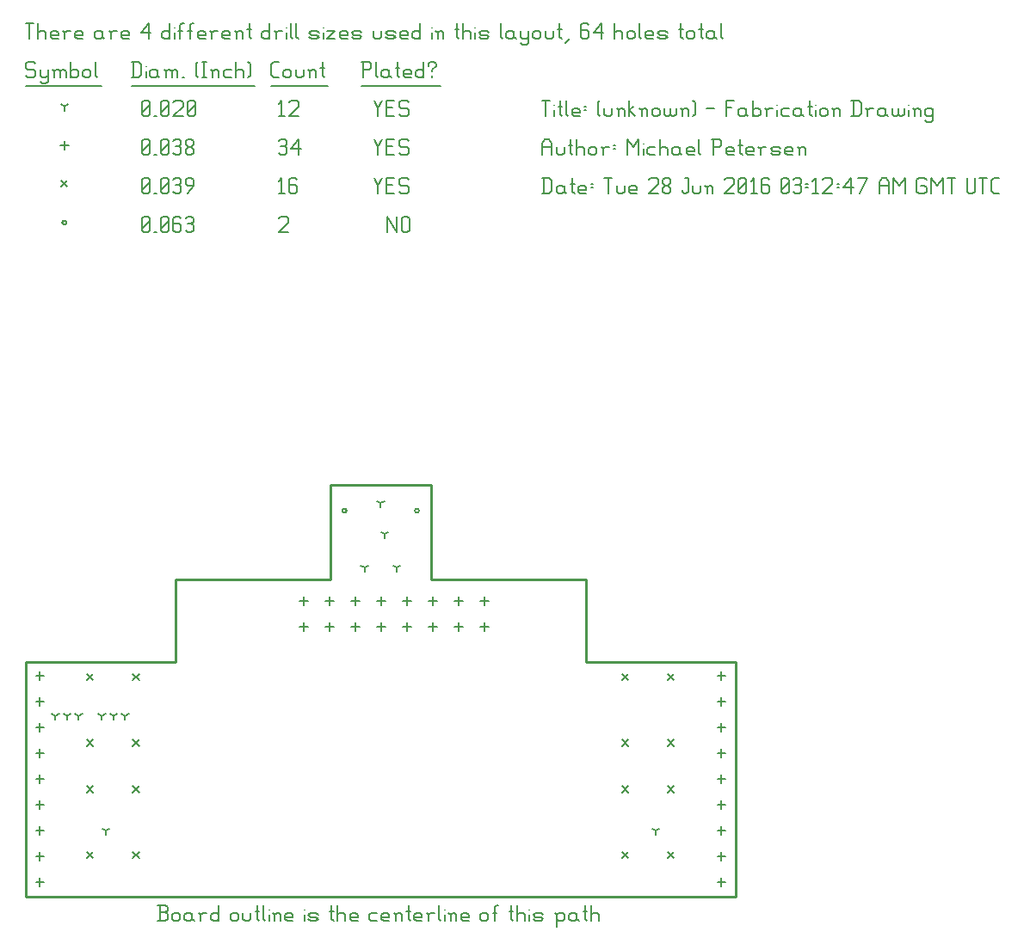
<source format=gbr>
G04 start of page 13 for group -3984 idx -3984 *
G04 Title: (unknown), fab *
G04 Creator: pcb 20110918 *
G04 CreationDate: Tue 28 Jun 2016 03:12:46 AM GMT UTC *
G04 For: railfan *
G04 Format: Gerber/RS-274X *
G04 PCB-Dimensions: 275000 250000 *
G04 PCB-Coordinate-Origin: lower left *
%MOIN*%
%FSLAX25Y25*%
%LNFAB*%
%ADD60C,0.0100*%
%ADD59C,0.0075*%
%ADD58C,0.0060*%
%ADD57R,0.0080X0.0080*%
G54D57*X122650Y149500D02*G75*G03X124250Y149500I800J0D01*G01*
G75*G03X122650Y149500I-800J0D01*G01*
X150750D02*G75*G03X152350Y149500I800J0D01*G01*
G75*G03X150750Y149500I-800J0D01*G01*
X14200Y261250D02*G75*G03X15800Y261250I800J0D01*G01*
G75*G03X14200Y261250I-800J0D01*G01*
G54D58*X140000Y263500D02*Y257500D01*
Y263500D02*X143750Y257500D01*
Y263500D02*Y257500D01*
X145550Y262750D02*Y258250D01*
Y262750D02*X146300Y263500D01*
X147800D01*
X148550Y262750D01*
Y258250D01*
X147800Y257500D02*X148550Y258250D01*
X146300Y257500D02*X147800D01*
X145550Y258250D02*X146300Y257500D01*
X98000Y262750D02*X98750Y263500D01*
X101000D01*
X101750Y262750D01*
Y261250D01*
X98000Y257500D02*X101750Y261250D01*
X98000Y257500D02*X101750D01*
X45000Y258250D02*X45750Y257500D01*
X45000Y262750D02*Y258250D01*
Y262750D02*X45750Y263500D01*
X47250D01*
X48000Y262750D01*
Y258250D01*
X47250Y257500D02*X48000Y258250D01*
X45750Y257500D02*X47250D01*
X45000Y259000D02*X48000Y262000D01*
X49800Y257500D02*X50550D01*
X52350Y258250D02*X53100Y257500D01*
X52350Y262750D02*Y258250D01*
Y262750D02*X53100Y263500D01*
X54600D01*
X55350Y262750D01*
Y258250D01*
X54600Y257500D02*X55350Y258250D01*
X53100Y257500D02*X54600D01*
X52350Y259000D02*X55350Y262000D01*
X59400Y263500D02*X60150Y262750D01*
X57900Y263500D02*X59400D01*
X57150Y262750D02*X57900Y263500D01*
X57150Y262750D02*Y258250D01*
X57900Y257500D01*
X59400Y260800D02*X60150Y260050D01*
X57150Y260800D02*X59400D01*
X57900Y257500D02*X59400D01*
X60150Y258250D01*
Y260050D02*Y258250D01*
X61950Y262750D02*X62700Y263500D01*
X64200D01*
X64950Y262750D01*
X64200Y257500D02*X64950Y258250D01*
X62700Y257500D02*X64200D01*
X61950Y258250D02*X62700Y257500D01*
Y260800D02*X64200D01*
X64950Y262750D02*Y261550D01*
Y260050D02*Y258250D01*
Y260050D02*X64200Y260800D01*
X64950Y261550D02*X64200Y260800D01*
X23800Y17110D02*X26200Y14710D01*
X23800D02*X26200Y17110D01*
X23800Y42700D02*X26200Y40300D01*
X23800D02*X26200Y42700D01*
X41516Y17110D02*X43916Y14710D01*
X41516D02*X43916Y17110D01*
X41516Y42700D02*X43916Y40300D01*
X41516D02*X43916Y42700D01*
X23800Y60700D02*X26200Y58300D01*
X23800D02*X26200Y60700D01*
X23800Y86290D02*X26200Y83890D01*
X23800D02*X26200Y86290D01*
X41516Y60700D02*X43916Y58300D01*
X41516D02*X43916Y60700D01*
X41516Y86290D02*X43916Y83890D01*
X41516D02*X43916Y86290D01*
X231084Y17110D02*X233484Y14710D01*
X231084D02*X233484Y17110D01*
X231084Y42700D02*X233484Y40300D01*
X231084D02*X233484Y42700D01*
X248800Y17110D02*X251200Y14710D01*
X248800D02*X251200Y17110D01*
X248800Y42700D02*X251200Y40300D01*
X248800D02*X251200Y42700D01*
X231084Y60700D02*X233484Y58300D01*
X231084D02*X233484Y60700D01*
X231084Y86290D02*X233484Y83890D01*
X231084D02*X233484Y86290D01*
X248800Y60700D02*X251200Y58300D01*
X248800D02*X251200Y60700D01*
X248800Y86290D02*X251200Y83890D01*
X248800D02*X251200Y86290D01*
X13800Y277450D02*X16200Y275050D01*
X13800D02*X16200Y277450D01*
X135000Y278500D02*X136500Y275500D01*
X138000Y278500D01*
X136500Y275500D02*Y272500D01*
X139800Y275800D02*X142050D01*
X139800Y272500D02*X142800D01*
X139800Y278500D02*Y272500D01*
Y278500D02*X142800D01*
X147600D02*X148350Y277750D01*
X145350Y278500D02*X147600D01*
X144600Y277750D02*X145350Y278500D01*
X144600Y277750D02*Y276250D01*
X145350Y275500D01*
X147600D01*
X148350Y274750D01*
Y273250D01*
X147600Y272500D02*X148350Y273250D01*
X145350Y272500D02*X147600D01*
X144600Y273250D02*X145350Y272500D01*
X98000Y277300D02*X99200Y278500D01*
Y272500D01*
X98000D02*X100250D01*
X104300Y278500D02*X105050Y277750D01*
X102800Y278500D02*X104300D01*
X102050Y277750D02*X102800Y278500D01*
X102050Y277750D02*Y273250D01*
X102800Y272500D01*
X104300Y275800D02*X105050Y275050D01*
X102050Y275800D02*X104300D01*
X102800Y272500D02*X104300D01*
X105050Y273250D01*
Y275050D02*Y273250D01*
X45000D02*X45750Y272500D01*
X45000Y277750D02*Y273250D01*
Y277750D02*X45750Y278500D01*
X47250D01*
X48000Y277750D01*
Y273250D01*
X47250Y272500D02*X48000Y273250D01*
X45750Y272500D02*X47250D01*
X45000Y274000D02*X48000Y277000D01*
X49800Y272500D02*X50550D01*
X52350Y273250D02*X53100Y272500D01*
X52350Y277750D02*Y273250D01*
Y277750D02*X53100Y278500D01*
X54600D01*
X55350Y277750D01*
Y273250D01*
X54600Y272500D02*X55350Y273250D01*
X53100Y272500D02*X54600D01*
X52350Y274000D02*X55350Y277000D01*
X57150Y277750D02*X57900Y278500D01*
X59400D01*
X60150Y277750D01*
X59400Y272500D02*X60150Y273250D01*
X57900Y272500D02*X59400D01*
X57150Y273250D02*X57900Y272500D01*
Y275800D02*X59400D01*
X60150Y277750D02*Y276550D01*
Y275050D02*Y273250D01*
Y275050D02*X59400Y275800D01*
X60150Y276550D02*X59400Y275800D01*
X62700Y272500D02*X64950Y275500D01*
Y277750D02*Y275500D01*
X64200Y278500D02*X64950Y277750D01*
X62700Y278500D02*X64200D01*
X61950Y277750D02*X62700Y278500D01*
X61950Y277750D02*Y276250D01*
X62700Y275500D01*
X64950D01*
X5500Y87100D02*Y83900D01*
X3900Y85500D02*X7100D01*
X5500Y77100D02*Y73900D01*
X3900Y75500D02*X7100D01*
X5500Y67100D02*Y63900D01*
X3900Y65500D02*X7100D01*
X5500Y57100D02*Y53900D01*
X3900Y55500D02*X7100D01*
X5500Y47100D02*Y43900D01*
X3900Y45500D02*X7100D01*
X5500Y37100D02*Y33900D01*
X3900Y35500D02*X7100D01*
X5500Y27100D02*Y23900D01*
X3900Y25500D02*X7100D01*
X5500Y17100D02*Y13900D01*
X3900Y15500D02*X7100D01*
X5500Y7100D02*Y3900D01*
X3900Y5500D02*X7100D01*
X107750Y106100D02*Y102900D01*
X106150Y104500D02*X109350D01*
X117750Y106100D02*Y102900D01*
X116150Y104500D02*X119350D01*
X127750Y106100D02*Y102900D01*
X126150Y104500D02*X129350D01*
X137750Y106100D02*Y102900D01*
X136150Y104500D02*X139350D01*
X147750Y106100D02*Y102900D01*
X146150Y104500D02*X149350D01*
X157750Y106100D02*Y102900D01*
X156150Y104500D02*X159350D01*
X167750Y106100D02*Y102900D01*
X166150Y104500D02*X169350D01*
X177750Y106100D02*Y102900D01*
X176150Y104500D02*X179350D01*
X107750Y116100D02*Y112900D01*
X106150Y114500D02*X109350D01*
X117750Y116100D02*Y112900D01*
X116150Y114500D02*X119350D01*
X127750Y116100D02*Y112900D01*
X126150Y114500D02*X129350D01*
X137750Y116100D02*Y112900D01*
X136150Y114500D02*X139350D01*
X147750Y116100D02*Y112900D01*
X146150Y114500D02*X149350D01*
X157750Y116100D02*Y112900D01*
X156150Y114500D02*X159350D01*
X167750Y116100D02*Y112900D01*
X166150Y114500D02*X169350D01*
X177750Y116100D02*Y112900D01*
X176150Y114500D02*X179350D01*
X269500Y87100D02*Y83900D01*
X267900Y85500D02*X271100D01*
X269500Y77100D02*Y73900D01*
X267900Y75500D02*X271100D01*
X269500Y67100D02*Y63900D01*
X267900Y65500D02*X271100D01*
X269500Y57100D02*Y53900D01*
X267900Y55500D02*X271100D01*
X269500Y47100D02*Y43900D01*
X267900Y45500D02*X271100D01*
X269500Y37100D02*Y33900D01*
X267900Y35500D02*X271100D01*
X269500Y27100D02*Y23900D01*
X267900Y25500D02*X271100D01*
X269500Y17100D02*Y13900D01*
X267900Y15500D02*X271100D01*
X269500Y7100D02*Y3900D01*
X267900Y5500D02*X271100D01*
X15000Y292850D02*Y289650D01*
X13400Y291250D02*X16600D01*
X135000Y293500D02*X136500Y290500D01*
X138000Y293500D01*
X136500Y290500D02*Y287500D01*
X139800Y290800D02*X142050D01*
X139800Y287500D02*X142800D01*
X139800Y293500D02*Y287500D01*
Y293500D02*X142800D01*
X147600D02*X148350Y292750D01*
X145350Y293500D02*X147600D01*
X144600Y292750D02*X145350Y293500D01*
X144600Y292750D02*Y291250D01*
X145350Y290500D01*
X147600D01*
X148350Y289750D01*
Y288250D01*
X147600Y287500D02*X148350Y288250D01*
X145350Y287500D02*X147600D01*
X144600Y288250D02*X145350Y287500D01*
X98000Y292750D02*X98750Y293500D01*
X100250D01*
X101000Y292750D01*
X100250Y287500D02*X101000Y288250D01*
X98750Y287500D02*X100250D01*
X98000Y288250D02*X98750Y287500D01*
Y290800D02*X100250D01*
X101000Y292750D02*Y291550D01*
Y290050D02*Y288250D01*
Y290050D02*X100250Y290800D01*
X101000Y291550D02*X100250Y290800D01*
X102800Y289750D02*X105800Y293500D01*
X102800Y289750D02*X106550D01*
X105800Y293500D02*Y287500D01*
X45000Y288250D02*X45750Y287500D01*
X45000Y292750D02*Y288250D01*
Y292750D02*X45750Y293500D01*
X47250D01*
X48000Y292750D01*
Y288250D01*
X47250Y287500D02*X48000Y288250D01*
X45750Y287500D02*X47250D01*
X45000Y289000D02*X48000Y292000D01*
X49800Y287500D02*X50550D01*
X52350Y288250D02*X53100Y287500D01*
X52350Y292750D02*Y288250D01*
Y292750D02*X53100Y293500D01*
X54600D01*
X55350Y292750D01*
Y288250D01*
X54600Y287500D02*X55350Y288250D01*
X53100Y287500D02*X54600D01*
X52350Y289000D02*X55350Y292000D01*
X57150Y292750D02*X57900Y293500D01*
X59400D01*
X60150Y292750D01*
X59400Y287500D02*X60150Y288250D01*
X57900Y287500D02*X59400D01*
X57150Y288250D02*X57900Y287500D01*
Y290800D02*X59400D01*
X60150Y292750D02*Y291550D01*
Y290050D02*Y288250D01*
Y290050D02*X59400Y290800D01*
X60150Y291550D02*X59400Y290800D01*
X61950Y288250D02*X62700Y287500D01*
X61950Y289450D02*Y288250D01*
Y289450D02*X63000Y290500D01*
X63900D01*
X64950Y289450D01*
Y288250D01*
X64200Y287500D02*X64950Y288250D01*
X62700Y287500D02*X64200D01*
X61950Y291550D02*X63000Y290500D01*
X61950Y292750D02*Y291550D01*
Y292750D02*X62700Y293500D01*
X64200D01*
X64950Y292750D01*
Y291550D01*
X63900Y290500D02*X64950Y291550D01*
X131250Y127500D02*Y125900D01*
Y127500D02*X132637Y128300D01*
X131250Y127500D02*X129863Y128300D01*
X143750Y127500D02*Y125900D01*
Y127500D02*X145137Y128300D01*
X143750Y127500D02*X142363Y128300D01*
X137500Y152450D02*Y150850D01*
Y152450D02*X138887Y153250D01*
X137500Y152450D02*X136113Y153250D01*
X139075Y140500D02*Y138900D01*
Y140500D02*X140462Y141300D01*
X139075Y140500D02*X137688Y141300D01*
X31000Y25500D02*Y23900D01*
Y25500D02*X32387Y26300D01*
X31000Y25500D02*X29613Y26300D01*
X244000Y25500D02*Y23900D01*
Y25500D02*X245387Y26300D01*
X244000Y25500D02*X242613Y26300D01*
X20500Y70000D02*Y68400D01*
Y70000D02*X21887Y70800D01*
X20500Y70000D02*X19113Y70800D01*
X16000Y70000D02*Y68400D01*
Y70000D02*X17387Y70800D01*
X16000Y70000D02*X14613Y70800D01*
X11500Y70000D02*Y68400D01*
Y70000D02*X12887Y70800D01*
X11500Y70000D02*X10113Y70800D01*
X38500Y70000D02*Y68400D01*
Y70000D02*X39887Y70800D01*
X38500Y70000D02*X37113Y70800D01*
X29500Y70000D02*Y68400D01*
Y70000D02*X30887Y70800D01*
X29500Y70000D02*X28113Y70800D01*
X34000Y70000D02*Y68400D01*
Y70000D02*X35387Y70800D01*
X34000Y70000D02*X32613Y70800D01*
X15000Y306250D02*Y304650D01*
Y306250D02*X16387Y307050D01*
X15000Y306250D02*X13613Y307050D01*
X135000Y308500D02*X136500Y305500D01*
X138000Y308500D01*
X136500Y305500D02*Y302500D01*
X139800Y305800D02*X142050D01*
X139800Y302500D02*X142800D01*
X139800Y308500D02*Y302500D01*
Y308500D02*X142800D01*
X147600D02*X148350Y307750D01*
X145350Y308500D02*X147600D01*
X144600Y307750D02*X145350Y308500D01*
X144600Y307750D02*Y306250D01*
X145350Y305500D01*
X147600D01*
X148350Y304750D01*
Y303250D01*
X147600Y302500D02*X148350Y303250D01*
X145350Y302500D02*X147600D01*
X144600Y303250D02*X145350Y302500D01*
X98000Y307300D02*X99200Y308500D01*
Y302500D01*
X98000D02*X100250D01*
X102050Y307750D02*X102800Y308500D01*
X105050D01*
X105800Y307750D01*
Y306250D01*
X102050Y302500D02*X105800Y306250D01*
X102050Y302500D02*X105800D01*
X45000Y303250D02*X45750Y302500D01*
X45000Y307750D02*Y303250D01*
Y307750D02*X45750Y308500D01*
X47250D01*
X48000Y307750D01*
Y303250D01*
X47250Y302500D02*X48000Y303250D01*
X45750Y302500D02*X47250D01*
X45000Y304000D02*X48000Y307000D01*
X49800Y302500D02*X50550D01*
X52350Y303250D02*X53100Y302500D01*
X52350Y307750D02*Y303250D01*
Y307750D02*X53100Y308500D01*
X54600D01*
X55350Y307750D01*
Y303250D01*
X54600Y302500D02*X55350Y303250D01*
X53100Y302500D02*X54600D01*
X52350Y304000D02*X55350Y307000D01*
X57150Y307750D02*X57900Y308500D01*
X60150D01*
X60900Y307750D01*
Y306250D01*
X57150Y302500D02*X60900Y306250D01*
X57150Y302500D02*X60900D01*
X62700Y303250D02*X63450Y302500D01*
X62700Y307750D02*Y303250D01*
Y307750D02*X63450Y308500D01*
X64950D01*
X65700Y307750D01*
Y303250D01*
X64950Y302500D02*X65700Y303250D01*
X63450Y302500D02*X64950D01*
X62700Y304000D02*X65700Y307000D01*
X3000Y323500D02*X3750Y322750D01*
X750Y323500D02*X3000D01*
X0Y322750D02*X750Y323500D01*
X0Y322750D02*Y321250D01*
X750Y320500D01*
X3000D01*
X3750Y319750D01*
Y318250D01*
X3000Y317500D02*X3750Y318250D01*
X750Y317500D02*X3000D01*
X0Y318250D02*X750Y317500D01*
X5550Y320500D02*Y318250D01*
X6300Y317500D01*
X8550Y320500D02*Y316000D01*
X7800Y315250D02*X8550Y316000D01*
X6300Y315250D02*X7800D01*
X5550Y316000D02*X6300Y315250D01*
Y317500D02*X7800D01*
X8550Y318250D01*
X11100Y319750D02*Y317500D01*
Y319750D02*X11850Y320500D01*
X12600D01*
X13350Y319750D01*
Y317500D01*
Y319750D02*X14100Y320500D01*
X14850D01*
X15600Y319750D01*
Y317500D01*
X10350Y320500D02*X11100Y319750D01*
X17400Y323500D02*Y317500D01*
Y318250D02*X18150Y317500D01*
X19650D01*
X20400Y318250D01*
Y319750D02*Y318250D01*
X19650Y320500D02*X20400Y319750D01*
X18150Y320500D02*X19650D01*
X17400Y319750D02*X18150Y320500D01*
X22200Y319750D02*Y318250D01*
Y319750D02*X22950Y320500D01*
X24450D01*
X25200Y319750D01*
Y318250D01*
X24450Y317500D02*X25200Y318250D01*
X22950Y317500D02*X24450D01*
X22200Y318250D02*X22950Y317500D01*
X27000Y323500D02*Y318250D01*
X27750Y317500D01*
X0Y314250D02*X29250D01*
X41750Y323500D02*Y317500D01*
X43700Y323500D02*X44750Y322450D01*
Y318550D01*
X43700Y317500D02*X44750Y318550D01*
X41000Y317500D02*X43700D01*
X41000Y323500D02*X43700D01*
G54D59*X46550Y322000D02*Y321850D01*
G54D58*Y319750D02*Y317500D01*
X50300Y320500D02*X51050Y319750D01*
X48800Y320500D02*X50300D01*
X48050Y319750D02*X48800Y320500D01*
X48050Y319750D02*Y318250D01*
X48800Y317500D01*
X51050Y320500D02*Y318250D01*
X51800Y317500D01*
X48800D02*X50300D01*
X51050Y318250D01*
X54350Y319750D02*Y317500D01*
Y319750D02*X55100Y320500D01*
X55850D01*
X56600Y319750D01*
Y317500D01*
Y319750D02*X57350Y320500D01*
X58100D01*
X58850Y319750D01*
Y317500D01*
X53600Y320500D02*X54350Y319750D01*
X60650Y317500D02*X61400D01*
X65900Y318250D02*X66650Y317500D01*
X65900Y322750D02*X66650Y323500D01*
X65900Y322750D02*Y318250D01*
X68450Y323500D02*X69950D01*
X69200D02*Y317500D01*
X68450D02*X69950D01*
X72500Y319750D02*Y317500D01*
Y319750D02*X73250Y320500D01*
X74000D01*
X74750Y319750D01*
Y317500D01*
X71750Y320500D02*X72500Y319750D01*
X77300Y320500D02*X79550D01*
X76550Y319750D02*X77300Y320500D01*
X76550Y319750D02*Y318250D01*
X77300Y317500D01*
X79550D01*
X81350Y323500D02*Y317500D01*
Y319750D02*X82100Y320500D01*
X83600D01*
X84350Y319750D01*
Y317500D01*
X86150Y323500D02*X86900Y322750D01*
Y318250D01*
X86150Y317500D02*X86900Y318250D01*
X41000Y314250D02*X88700D01*
X96050Y317500D02*X98000D01*
X95000Y318550D02*X96050Y317500D01*
X95000Y322450D02*Y318550D01*
Y322450D02*X96050Y323500D01*
X98000D01*
X99800Y319750D02*Y318250D01*
Y319750D02*X100550Y320500D01*
X102050D01*
X102800Y319750D01*
Y318250D01*
X102050Y317500D02*X102800Y318250D01*
X100550Y317500D02*X102050D01*
X99800Y318250D02*X100550Y317500D01*
X104600Y320500D02*Y318250D01*
X105350Y317500D01*
X106850D01*
X107600Y318250D01*
Y320500D02*Y318250D01*
X110150Y319750D02*Y317500D01*
Y319750D02*X110900Y320500D01*
X111650D01*
X112400Y319750D01*
Y317500D01*
X109400Y320500D02*X110150Y319750D01*
X114950Y323500D02*Y318250D01*
X115700Y317500D01*
X114200Y321250D02*X115700D01*
X95000Y314250D02*X117200D01*
X130750Y323500D02*Y317500D01*
X130000Y323500D02*X133000D01*
X133750Y322750D01*
Y321250D01*
X133000Y320500D02*X133750Y321250D01*
X130750Y320500D02*X133000D01*
X135550Y323500D02*Y318250D01*
X136300Y317500D01*
X140050Y320500D02*X140800Y319750D01*
X138550Y320500D02*X140050D01*
X137800Y319750D02*X138550Y320500D01*
X137800Y319750D02*Y318250D01*
X138550Y317500D01*
X140800Y320500D02*Y318250D01*
X141550Y317500D01*
X138550D02*X140050D01*
X140800Y318250D01*
X144100Y323500D02*Y318250D01*
X144850Y317500D01*
X143350Y321250D02*X144850D01*
X147100Y317500D02*X149350D01*
X146350Y318250D02*X147100Y317500D01*
X146350Y319750D02*Y318250D01*
Y319750D02*X147100Y320500D01*
X148600D01*
X149350Y319750D01*
X146350Y319000D02*X149350D01*
Y319750D02*Y319000D01*
X154150Y323500D02*Y317500D01*
X153400D02*X154150Y318250D01*
X151900Y317500D02*X153400D01*
X151150Y318250D02*X151900Y317500D01*
X151150Y319750D02*Y318250D01*
Y319750D02*X151900Y320500D01*
X153400D01*
X154150Y319750D01*
X157450Y320500D02*Y319750D01*
Y318250D02*Y317500D01*
X155950Y322750D02*Y322000D01*
Y322750D02*X156700Y323500D01*
X158200D01*
X158950Y322750D01*
Y322000D01*
X157450Y320500D02*X158950Y322000D01*
X130000Y314250D02*X160750D01*
X0Y338500D02*X3000D01*
X1500D02*Y332500D01*
X4800Y338500D02*Y332500D01*
Y334750D02*X5550Y335500D01*
X7050D01*
X7800Y334750D01*
Y332500D01*
X10350D02*X12600D01*
X9600Y333250D02*X10350Y332500D01*
X9600Y334750D02*Y333250D01*
Y334750D02*X10350Y335500D01*
X11850D01*
X12600Y334750D01*
X9600Y334000D02*X12600D01*
Y334750D02*Y334000D01*
X15150Y334750D02*Y332500D01*
Y334750D02*X15900Y335500D01*
X17400D01*
X14400D02*X15150Y334750D01*
X19950Y332500D02*X22200D01*
X19200Y333250D02*X19950Y332500D01*
X19200Y334750D02*Y333250D01*
Y334750D02*X19950Y335500D01*
X21450D01*
X22200Y334750D01*
X19200Y334000D02*X22200D01*
Y334750D02*Y334000D01*
X28950Y335500D02*X29700Y334750D01*
X27450Y335500D02*X28950D01*
X26700Y334750D02*X27450Y335500D01*
X26700Y334750D02*Y333250D01*
X27450Y332500D01*
X29700Y335500D02*Y333250D01*
X30450Y332500D01*
X27450D02*X28950D01*
X29700Y333250D01*
X33000Y334750D02*Y332500D01*
Y334750D02*X33750Y335500D01*
X35250D01*
X32250D02*X33000Y334750D01*
X37800Y332500D02*X40050D01*
X37050Y333250D02*X37800Y332500D01*
X37050Y334750D02*Y333250D01*
Y334750D02*X37800Y335500D01*
X39300D01*
X40050Y334750D01*
X37050Y334000D02*X40050D01*
Y334750D02*Y334000D01*
X44550Y334750D02*X47550Y338500D01*
X44550Y334750D02*X48300D01*
X47550Y338500D02*Y332500D01*
X55800Y338500D02*Y332500D01*
X55050D02*X55800Y333250D01*
X53550Y332500D02*X55050D01*
X52800Y333250D02*X53550Y332500D01*
X52800Y334750D02*Y333250D01*
Y334750D02*X53550Y335500D01*
X55050D01*
X55800Y334750D01*
G54D59*X57600Y337000D02*Y336850D01*
G54D58*Y334750D02*Y332500D01*
X59850Y337750D02*Y332500D01*
Y337750D02*X60600Y338500D01*
X61350D01*
X59100Y335500D02*X60600D01*
X63600Y337750D02*Y332500D01*
Y337750D02*X64350Y338500D01*
X65100D01*
X62850Y335500D02*X64350D01*
X67350Y332500D02*X69600D01*
X66600Y333250D02*X67350Y332500D01*
X66600Y334750D02*Y333250D01*
Y334750D02*X67350Y335500D01*
X68850D01*
X69600Y334750D01*
X66600Y334000D02*X69600D01*
Y334750D02*Y334000D01*
X72150Y334750D02*Y332500D01*
Y334750D02*X72900Y335500D01*
X74400D01*
X71400D02*X72150Y334750D01*
X76950Y332500D02*X79200D01*
X76200Y333250D02*X76950Y332500D01*
X76200Y334750D02*Y333250D01*
Y334750D02*X76950Y335500D01*
X78450D01*
X79200Y334750D01*
X76200Y334000D02*X79200D01*
Y334750D02*Y334000D01*
X81750Y334750D02*Y332500D01*
Y334750D02*X82500Y335500D01*
X83250D01*
X84000Y334750D01*
Y332500D01*
X81000Y335500D02*X81750Y334750D01*
X86550Y338500D02*Y333250D01*
X87300Y332500D01*
X85800Y336250D02*X87300D01*
X94500Y338500D02*Y332500D01*
X93750D02*X94500Y333250D01*
X92250Y332500D02*X93750D01*
X91500Y333250D02*X92250Y332500D01*
X91500Y334750D02*Y333250D01*
Y334750D02*X92250Y335500D01*
X93750D01*
X94500Y334750D01*
X97050D02*Y332500D01*
Y334750D02*X97800Y335500D01*
X99300D01*
X96300D02*X97050Y334750D01*
G54D59*X101100Y337000D02*Y336850D01*
G54D58*Y334750D02*Y332500D01*
X102600Y338500D02*Y333250D01*
X103350Y332500D01*
X104850Y338500D02*Y333250D01*
X105600Y332500D01*
X110550D02*X112800D01*
X113550Y333250D01*
X112800Y334000D02*X113550Y333250D01*
X110550Y334000D02*X112800D01*
X109800Y334750D02*X110550Y334000D01*
X109800Y334750D02*X110550Y335500D01*
X112800D01*
X113550Y334750D01*
X109800Y333250D02*X110550Y332500D01*
G54D59*X115350Y337000D02*Y336850D01*
G54D58*Y334750D02*Y332500D01*
X116850Y335500D02*X119850D01*
X116850Y332500D02*X119850Y335500D01*
X116850Y332500D02*X119850D01*
X122400D02*X124650D01*
X121650Y333250D02*X122400Y332500D01*
X121650Y334750D02*Y333250D01*
Y334750D02*X122400Y335500D01*
X123900D01*
X124650Y334750D01*
X121650Y334000D02*X124650D01*
Y334750D02*Y334000D01*
X127200Y332500D02*X129450D01*
X130200Y333250D01*
X129450Y334000D02*X130200Y333250D01*
X127200Y334000D02*X129450D01*
X126450Y334750D02*X127200Y334000D01*
X126450Y334750D02*X127200Y335500D01*
X129450D01*
X130200Y334750D01*
X126450Y333250D02*X127200Y332500D01*
X134700Y335500D02*Y333250D01*
X135450Y332500D01*
X136950D01*
X137700Y333250D01*
Y335500D02*Y333250D01*
X140250Y332500D02*X142500D01*
X143250Y333250D01*
X142500Y334000D02*X143250Y333250D01*
X140250Y334000D02*X142500D01*
X139500Y334750D02*X140250Y334000D01*
X139500Y334750D02*X140250Y335500D01*
X142500D01*
X143250Y334750D01*
X139500Y333250D02*X140250Y332500D01*
X145800D02*X148050D01*
X145050Y333250D02*X145800Y332500D01*
X145050Y334750D02*Y333250D01*
Y334750D02*X145800Y335500D01*
X147300D01*
X148050Y334750D01*
X145050Y334000D02*X148050D01*
Y334750D02*Y334000D01*
X152850Y338500D02*Y332500D01*
X152100D02*X152850Y333250D01*
X150600Y332500D02*X152100D01*
X149850Y333250D02*X150600Y332500D01*
X149850Y334750D02*Y333250D01*
Y334750D02*X150600Y335500D01*
X152100D01*
X152850Y334750D01*
G54D59*X157350Y337000D02*Y336850D01*
G54D58*Y334750D02*Y332500D01*
X159600Y334750D02*Y332500D01*
Y334750D02*X160350Y335500D01*
X161100D01*
X161850Y334750D01*
Y332500D01*
X158850Y335500D02*X159600Y334750D01*
X167100Y338500D02*Y333250D01*
X167850Y332500D01*
X166350Y336250D02*X167850D01*
X169350Y338500D02*Y332500D01*
Y334750D02*X170100Y335500D01*
X171600D01*
X172350Y334750D01*
Y332500D01*
G54D59*X174150Y337000D02*Y336850D01*
G54D58*Y334750D02*Y332500D01*
X176400D02*X178650D01*
X179400Y333250D01*
X178650Y334000D02*X179400Y333250D01*
X176400Y334000D02*X178650D01*
X175650Y334750D02*X176400Y334000D01*
X175650Y334750D02*X176400Y335500D01*
X178650D01*
X179400Y334750D01*
X175650Y333250D02*X176400Y332500D01*
X183900Y338500D02*Y333250D01*
X184650Y332500D01*
X188400Y335500D02*X189150Y334750D01*
X186900Y335500D02*X188400D01*
X186150Y334750D02*X186900Y335500D01*
X186150Y334750D02*Y333250D01*
X186900Y332500D01*
X189150Y335500D02*Y333250D01*
X189900Y332500D01*
X186900D02*X188400D01*
X189150Y333250D01*
X191700Y335500D02*Y333250D01*
X192450Y332500D01*
X194700Y335500D02*Y331000D01*
X193950Y330250D02*X194700Y331000D01*
X192450Y330250D02*X193950D01*
X191700Y331000D02*X192450Y330250D01*
Y332500D02*X193950D01*
X194700Y333250D01*
X196500Y334750D02*Y333250D01*
Y334750D02*X197250Y335500D01*
X198750D01*
X199500Y334750D01*
Y333250D01*
X198750Y332500D02*X199500Y333250D01*
X197250Y332500D02*X198750D01*
X196500Y333250D02*X197250Y332500D01*
X201300Y335500D02*Y333250D01*
X202050Y332500D01*
X203550D01*
X204300Y333250D01*
Y335500D02*Y333250D01*
X206850Y338500D02*Y333250D01*
X207600Y332500D01*
X206100Y336250D02*X207600D01*
X209100Y331000D02*X210600Y332500D01*
X217350Y338500D02*X218100Y337750D01*
X215850Y338500D02*X217350D01*
X215100Y337750D02*X215850Y338500D01*
X215100Y337750D02*Y333250D01*
X215850Y332500D01*
X217350Y335800D02*X218100Y335050D01*
X215100Y335800D02*X217350D01*
X215850Y332500D02*X217350D01*
X218100Y333250D01*
Y335050D02*Y333250D01*
X219900Y334750D02*X222900Y338500D01*
X219900Y334750D02*X223650D01*
X222900Y338500D02*Y332500D01*
X228150Y338500D02*Y332500D01*
Y334750D02*X228900Y335500D01*
X230400D01*
X231150Y334750D01*
Y332500D01*
X232950Y334750D02*Y333250D01*
Y334750D02*X233700Y335500D01*
X235200D01*
X235950Y334750D01*
Y333250D01*
X235200Y332500D02*X235950Y333250D01*
X233700Y332500D02*X235200D01*
X232950Y333250D02*X233700Y332500D01*
X237750Y338500D02*Y333250D01*
X238500Y332500D01*
X240750D02*X243000D01*
X240000Y333250D02*X240750Y332500D01*
X240000Y334750D02*Y333250D01*
Y334750D02*X240750Y335500D01*
X242250D01*
X243000Y334750D01*
X240000Y334000D02*X243000D01*
Y334750D02*Y334000D01*
X245550Y332500D02*X247800D01*
X248550Y333250D01*
X247800Y334000D02*X248550Y333250D01*
X245550Y334000D02*X247800D01*
X244800Y334750D02*X245550Y334000D01*
X244800Y334750D02*X245550Y335500D01*
X247800D01*
X248550Y334750D01*
X244800Y333250D02*X245550Y332500D01*
X253800Y338500D02*Y333250D01*
X254550Y332500D01*
X253050Y336250D02*X254550D01*
X256050Y334750D02*Y333250D01*
Y334750D02*X256800Y335500D01*
X258300D01*
X259050Y334750D01*
Y333250D01*
X258300Y332500D02*X259050Y333250D01*
X256800Y332500D02*X258300D01*
X256050Y333250D02*X256800Y332500D01*
X261600Y338500D02*Y333250D01*
X262350Y332500D01*
X260850Y336250D02*X262350D01*
X266100Y335500D02*X266850Y334750D01*
X264600Y335500D02*X266100D01*
X263850Y334750D02*X264600Y335500D01*
X263850Y334750D02*Y333250D01*
X264600Y332500D01*
X266850Y335500D02*Y333250D01*
X267600Y332500D01*
X264600D02*X266100D01*
X266850Y333250D01*
X269400Y338500D02*Y333250D01*
X270150Y332500D01*
G54D60*X0Y0D02*Y91000D01*
X58000D01*
Y123000D01*
X118000Y159500D02*Y123000D01*
X157000Y159500D02*Y123000D01*
X118000Y159500D02*X157000D01*
X58000Y123000D02*X118000D01*
X217000D02*Y91000D01*
X157000Y123000D02*X217000D01*
X0Y0D02*X275000D01*
Y91000D01*
X217000D01*
G54D58*X51175Y-9500D02*X54175D01*
X54925Y-8750D01*
Y-6950D02*Y-8750D01*
X54175Y-6200D02*X54925Y-6950D01*
X51925Y-6200D02*X54175D01*
X51925Y-3500D02*Y-9500D01*
X51175Y-3500D02*X54175D01*
X54925Y-4250D01*
Y-5450D01*
X54175Y-6200D02*X54925Y-5450D01*
X56725Y-7250D02*Y-8750D01*
Y-7250D02*X57475Y-6500D01*
X58975D01*
X59725Y-7250D01*
Y-8750D01*
X58975Y-9500D02*X59725Y-8750D01*
X57475Y-9500D02*X58975D01*
X56725Y-8750D02*X57475Y-9500D01*
X63775Y-6500D02*X64525Y-7250D01*
X62275Y-6500D02*X63775D01*
X61525Y-7250D02*X62275Y-6500D01*
X61525Y-7250D02*Y-8750D01*
X62275Y-9500D01*
X64525Y-6500D02*Y-8750D01*
X65275Y-9500D01*
X62275D02*X63775D01*
X64525Y-8750D01*
X67825Y-7250D02*Y-9500D01*
Y-7250D02*X68575Y-6500D01*
X70075D01*
X67075D02*X67825Y-7250D01*
X74875Y-3500D02*Y-9500D01*
X74125D02*X74875Y-8750D01*
X72625Y-9500D02*X74125D01*
X71875Y-8750D02*X72625Y-9500D01*
X71875Y-7250D02*Y-8750D01*
Y-7250D02*X72625Y-6500D01*
X74125D01*
X74875Y-7250D01*
X79375D02*Y-8750D01*
Y-7250D02*X80125Y-6500D01*
X81625D01*
X82375Y-7250D01*
Y-8750D01*
X81625Y-9500D02*X82375Y-8750D01*
X80125Y-9500D02*X81625D01*
X79375Y-8750D02*X80125Y-9500D01*
X84175Y-6500D02*Y-8750D01*
X84925Y-9500D01*
X86425D01*
X87175Y-8750D01*
Y-6500D02*Y-8750D01*
X89725Y-3500D02*Y-8750D01*
X90475Y-9500D01*
X88975Y-5750D02*X90475D01*
X91975Y-3500D02*Y-8750D01*
X92725Y-9500D01*
G54D59*X94225Y-5000D02*Y-5150D01*
G54D58*Y-7250D02*Y-9500D01*
X96475Y-7250D02*Y-9500D01*
Y-7250D02*X97225Y-6500D01*
X97975D01*
X98725Y-7250D01*
Y-9500D01*
X95725Y-6500D02*X96475Y-7250D01*
X101275Y-9500D02*X103525D01*
X100525Y-8750D02*X101275Y-9500D01*
X100525Y-7250D02*Y-8750D01*
Y-7250D02*X101275Y-6500D01*
X102775D01*
X103525Y-7250D01*
X100525Y-8000D02*X103525D01*
Y-7250D02*Y-8000D01*
G54D59*X108025Y-5000D02*Y-5150D01*
G54D58*Y-7250D02*Y-9500D01*
X110275D02*X112525D01*
X113275Y-8750D01*
X112525Y-8000D02*X113275Y-8750D01*
X110275Y-8000D02*X112525D01*
X109525Y-7250D02*X110275Y-8000D01*
X109525Y-7250D02*X110275Y-6500D01*
X112525D01*
X113275Y-7250D01*
X109525Y-8750D02*X110275Y-9500D01*
X118525Y-3500D02*Y-8750D01*
X119275Y-9500D01*
X117775Y-5750D02*X119275D01*
X120775Y-3500D02*Y-9500D01*
Y-7250D02*X121525Y-6500D01*
X123025D01*
X123775Y-7250D01*
Y-9500D01*
X126325D02*X128575D01*
X125575Y-8750D02*X126325Y-9500D01*
X125575Y-7250D02*Y-8750D01*
Y-7250D02*X126325Y-6500D01*
X127825D01*
X128575Y-7250D01*
X125575Y-8000D02*X128575D01*
Y-7250D02*Y-8000D01*
X133825Y-6500D02*X136075D01*
X133075Y-7250D02*X133825Y-6500D01*
X133075Y-7250D02*Y-8750D01*
X133825Y-9500D01*
X136075D01*
X138625D02*X140875D01*
X137875Y-8750D02*X138625Y-9500D01*
X137875Y-7250D02*Y-8750D01*
Y-7250D02*X138625Y-6500D01*
X140125D01*
X140875Y-7250D01*
X137875Y-8000D02*X140875D01*
Y-7250D02*Y-8000D01*
X143425Y-7250D02*Y-9500D01*
Y-7250D02*X144175Y-6500D01*
X144925D01*
X145675Y-7250D01*
Y-9500D01*
X142675Y-6500D02*X143425Y-7250D01*
X148225Y-3500D02*Y-8750D01*
X148975Y-9500D01*
X147475Y-5750D02*X148975D01*
X151225Y-9500D02*X153475D01*
X150475Y-8750D02*X151225Y-9500D01*
X150475Y-7250D02*Y-8750D01*
Y-7250D02*X151225Y-6500D01*
X152725D01*
X153475Y-7250D01*
X150475Y-8000D02*X153475D01*
Y-7250D02*Y-8000D01*
X156025Y-7250D02*Y-9500D01*
Y-7250D02*X156775Y-6500D01*
X158275D01*
X155275D02*X156025Y-7250D01*
X160075Y-3500D02*Y-8750D01*
X160825Y-9500D01*
G54D59*X162325Y-5000D02*Y-5150D01*
G54D58*Y-7250D02*Y-9500D01*
X164575Y-7250D02*Y-9500D01*
Y-7250D02*X165325Y-6500D01*
X166075D01*
X166825Y-7250D01*
Y-9500D01*
X163825Y-6500D02*X164575Y-7250D01*
X169375Y-9500D02*X171625D01*
X168625Y-8750D02*X169375Y-9500D01*
X168625Y-7250D02*Y-8750D01*
Y-7250D02*X169375Y-6500D01*
X170875D01*
X171625Y-7250D01*
X168625Y-8000D02*X171625D01*
Y-7250D02*Y-8000D01*
X176125Y-7250D02*Y-8750D01*
Y-7250D02*X176875Y-6500D01*
X178375D01*
X179125Y-7250D01*
Y-8750D01*
X178375Y-9500D02*X179125Y-8750D01*
X176875Y-9500D02*X178375D01*
X176125Y-8750D02*X176875Y-9500D01*
X181675Y-4250D02*Y-9500D01*
Y-4250D02*X182425Y-3500D01*
X183175D01*
X180925Y-6500D02*X182425D01*
X188125Y-3500D02*Y-8750D01*
X188875Y-9500D01*
X187375Y-5750D02*X188875D01*
X190375Y-3500D02*Y-9500D01*
Y-7250D02*X191125Y-6500D01*
X192625D01*
X193375Y-7250D01*
Y-9500D01*
G54D59*X195175Y-5000D02*Y-5150D01*
G54D58*Y-7250D02*Y-9500D01*
X197425D02*X199675D01*
X200425Y-8750D01*
X199675Y-8000D02*X200425Y-8750D01*
X197425Y-8000D02*X199675D01*
X196675Y-7250D02*X197425Y-8000D01*
X196675Y-7250D02*X197425Y-6500D01*
X199675D01*
X200425Y-7250D01*
X196675Y-8750D02*X197425Y-9500D01*
X205675Y-7250D02*Y-11750D01*
X204925Y-6500D02*X205675Y-7250D01*
X206425Y-6500D01*
X207925D01*
X208675Y-7250D01*
Y-8750D01*
X207925Y-9500D02*X208675Y-8750D01*
X206425Y-9500D02*X207925D01*
X205675Y-8750D02*X206425Y-9500D01*
X212725Y-6500D02*X213475Y-7250D01*
X211225Y-6500D02*X212725D01*
X210475Y-7250D02*X211225Y-6500D01*
X210475Y-7250D02*Y-8750D01*
X211225Y-9500D01*
X213475Y-6500D02*Y-8750D01*
X214225Y-9500D01*
X211225D02*X212725D01*
X213475Y-8750D01*
X216775Y-3500D02*Y-8750D01*
X217525Y-9500D01*
X216025Y-5750D02*X217525D01*
X219025Y-3500D02*Y-9500D01*
Y-7250D02*X219775Y-6500D01*
X221275D01*
X222025Y-7250D01*
Y-9500D01*
X200750Y278500D02*Y272500D01*
X202700Y278500D02*X203750Y277450D01*
Y273550D01*
X202700Y272500D02*X203750Y273550D01*
X200000Y272500D02*X202700D01*
X200000Y278500D02*X202700D01*
X207800Y275500D02*X208550Y274750D01*
X206300Y275500D02*X207800D01*
X205550Y274750D02*X206300Y275500D01*
X205550Y274750D02*Y273250D01*
X206300Y272500D01*
X208550Y275500D02*Y273250D01*
X209300Y272500D01*
X206300D02*X207800D01*
X208550Y273250D01*
X211850Y278500D02*Y273250D01*
X212600Y272500D01*
X211100Y276250D02*X212600D01*
X214850Y272500D02*X217100D01*
X214100Y273250D02*X214850Y272500D01*
X214100Y274750D02*Y273250D01*
Y274750D02*X214850Y275500D01*
X216350D01*
X217100Y274750D01*
X214100Y274000D02*X217100D01*
Y274750D02*Y274000D01*
X218900Y276250D02*X219650D01*
X218900Y274750D02*X219650D01*
X224150Y278500D02*X227150D01*
X225650D02*Y272500D01*
X228950Y275500D02*Y273250D01*
X229700Y272500D01*
X231200D01*
X231950Y273250D01*
Y275500D02*Y273250D01*
X234500Y272500D02*X236750D01*
X233750Y273250D02*X234500Y272500D01*
X233750Y274750D02*Y273250D01*
Y274750D02*X234500Y275500D01*
X236000D01*
X236750Y274750D01*
X233750Y274000D02*X236750D01*
Y274750D02*Y274000D01*
X241250Y277750D02*X242000Y278500D01*
X244250D01*
X245000Y277750D01*
Y276250D01*
X241250Y272500D02*X245000Y276250D01*
X241250Y272500D02*X245000D01*
X246800Y273250D02*X247550Y272500D01*
X246800Y274450D02*Y273250D01*
Y274450D02*X247850Y275500D01*
X248750D01*
X249800Y274450D01*
Y273250D01*
X249050Y272500D02*X249800Y273250D01*
X247550Y272500D02*X249050D01*
X246800Y276550D02*X247850Y275500D01*
X246800Y277750D02*Y276550D01*
Y277750D02*X247550Y278500D01*
X249050D01*
X249800Y277750D01*
Y276550D01*
X248750Y275500D02*X249800Y276550D01*
X255350Y278500D02*X256550D01*
Y273250D01*
X255800Y272500D02*X256550Y273250D01*
X255050Y272500D02*X255800D01*
X254300Y273250D02*X255050Y272500D01*
X254300Y274000D02*Y273250D01*
X258350Y275500D02*Y273250D01*
X259100Y272500D01*
X260600D01*
X261350Y273250D01*
Y275500D02*Y273250D01*
X263900Y274750D02*Y272500D01*
Y274750D02*X264650Y275500D01*
X265400D01*
X266150Y274750D01*
Y272500D01*
X263150Y275500D02*X263900Y274750D01*
X270650Y277750D02*X271400Y278500D01*
X273650D01*
X274400Y277750D01*
Y276250D01*
X270650Y272500D02*X274400Y276250D01*
X270650Y272500D02*X274400D01*
X276200Y273250D02*X276950Y272500D01*
X276200Y277750D02*Y273250D01*
Y277750D02*X276950Y278500D01*
X278450D01*
X279200Y277750D01*
Y273250D01*
X278450Y272500D02*X279200Y273250D01*
X276950Y272500D02*X278450D01*
X276200Y274000D02*X279200Y277000D01*
X281000Y277300D02*X282200Y278500D01*
Y272500D01*
X281000D02*X283250D01*
X287300Y278500D02*X288050Y277750D01*
X285800Y278500D02*X287300D01*
X285050Y277750D02*X285800Y278500D01*
X285050Y277750D02*Y273250D01*
X285800Y272500D01*
X287300Y275800D02*X288050Y275050D01*
X285050Y275800D02*X287300D01*
X285800Y272500D02*X287300D01*
X288050Y273250D01*
Y275050D02*Y273250D01*
X292550D02*X293300Y272500D01*
X292550Y277750D02*Y273250D01*
Y277750D02*X293300Y278500D01*
X294800D01*
X295550Y277750D01*
Y273250D01*
X294800Y272500D02*X295550Y273250D01*
X293300Y272500D02*X294800D01*
X292550Y274000D02*X295550Y277000D01*
X297350Y277750D02*X298100Y278500D01*
X299600D01*
X300350Y277750D01*
X299600Y272500D02*X300350Y273250D01*
X298100Y272500D02*X299600D01*
X297350Y273250D02*X298100Y272500D01*
Y275800D02*X299600D01*
X300350Y277750D02*Y276550D01*
Y275050D02*Y273250D01*
Y275050D02*X299600Y275800D01*
X300350Y276550D02*X299600Y275800D01*
X302150Y276250D02*X302900D01*
X302150Y274750D02*X302900D01*
X304700Y277300D02*X305900Y278500D01*
Y272500D01*
X304700D02*X306950D01*
X308750Y277750D02*X309500Y278500D01*
X311750D01*
X312500Y277750D01*
Y276250D01*
X308750Y272500D02*X312500Y276250D01*
X308750Y272500D02*X312500D01*
X314300Y276250D02*X315050D01*
X314300Y274750D02*X315050D01*
X316850D02*X319850Y278500D01*
X316850Y274750D02*X320600D01*
X319850Y278500D02*Y272500D01*
X323150D02*X326150Y278500D01*
X322400D02*X326150D01*
X330650Y277000D02*Y272500D01*
Y277000D02*X331700Y278500D01*
X333350D01*
X334400Y277000D01*
Y272500D01*
X330650Y275500D02*X334400D01*
X336200Y278500D02*Y272500D01*
Y278500D02*X338450Y275500D01*
X340700Y278500D01*
Y272500D01*
X348200Y278500D02*X348950Y277750D01*
X345950Y278500D02*X348200D01*
X345200Y277750D02*X345950Y278500D01*
X345200Y277750D02*Y273250D01*
X345950Y272500D01*
X348200D01*
X348950Y273250D01*
Y274750D02*Y273250D01*
X348200Y275500D02*X348950Y274750D01*
X346700Y275500D02*X348200D01*
X350750Y278500D02*Y272500D01*
Y278500D02*X353000Y275500D01*
X355250Y278500D01*
Y272500D01*
X357050Y278500D02*X360050D01*
X358550D02*Y272500D01*
X364550Y278500D02*Y273250D01*
X365300Y272500D01*
X366800D01*
X367550Y273250D01*
Y278500D02*Y273250D01*
X369350Y278500D02*X372350D01*
X370850D02*Y272500D01*
X375200D02*X377150D01*
X374150Y273550D02*X375200Y272500D01*
X374150Y277450D02*Y273550D01*
Y277450D02*X375200Y278500D01*
X377150D01*
X200000Y292000D02*Y287500D01*
Y292000D02*X201050Y293500D01*
X202700D01*
X203750Y292000D01*
Y287500D01*
X200000Y290500D02*X203750D01*
X205550D02*Y288250D01*
X206300Y287500D01*
X207800D01*
X208550Y288250D01*
Y290500D02*Y288250D01*
X211100Y293500D02*Y288250D01*
X211850Y287500D01*
X210350Y291250D02*X211850D01*
X213350Y293500D02*Y287500D01*
Y289750D02*X214100Y290500D01*
X215600D01*
X216350Y289750D01*
Y287500D01*
X218150Y289750D02*Y288250D01*
Y289750D02*X218900Y290500D01*
X220400D01*
X221150Y289750D01*
Y288250D01*
X220400Y287500D02*X221150Y288250D01*
X218900Y287500D02*X220400D01*
X218150Y288250D02*X218900Y287500D01*
X223700Y289750D02*Y287500D01*
Y289750D02*X224450Y290500D01*
X225950D01*
X222950D02*X223700Y289750D01*
X227750Y291250D02*X228500D01*
X227750Y289750D02*X228500D01*
X233000Y293500D02*Y287500D01*
Y293500D02*X235250Y290500D01*
X237500Y293500D01*
Y287500D01*
G54D59*X239300Y292000D02*Y291850D01*
G54D58*Y289750D02*Y287500D01*
X241550Y290500D02*X243800D01*
X240800Y289750D02*X241550Y290500D01*
X240800Y289750D02*Y288250D01*
X241550Y287500D01*
X243800D01*
X245600Y293500D02*Y287500D01*
Y289750D02*X246350Y290500D01*
X247850D01*
X248600Y289750D01*
Y287500D01*
X252650Y290500D02*X253400Y289750D01*
X251150Y290500D02*X252650D01*
X250400Y289750D02*X251150Y290500D01*
X250400Y289750D02*Y288250D01*
X251150Y287500D01*
X253400Y290500D02*Y288250D01*
X254150Y287500D01*
X251150D02*X252650D01*
X253400Y288250D01*
X256700Y287500D02*X258950D01*
X255950Y288250D02*X256700Y287500D01*
X255950Y289750D02*Y288250D01*
Y289750D02*X256700Y290500D01*
X258200D01*
X258950Y289750D01*
X255950Y289000D02*X258950D01*
Y289750D02*Y289000D01*
X260750Y293500D02*Y288250D01*
X261500Y287500D01*
X266450Y293500D02*Y287500D01*
X265700Y293500D02*X268700D01*
X269450Y292750D01*
Y291250D01*
X268700Y290500D02*X269450Y291250D01*
X266450Y290500D02*X268700D01*
X272000Y287500D02*X274250D01*
X271250Y288250D02*X272000Y287500D01*
X271250Y289750D02*Y288250D01*
Y289750D02*X272000Y290500D01*
X273500D01*
X274250Y289750D01*
X271250Y289000D02*X274250D01*
Y289750D02*Y289000D01*
X276800Y293500D02*Y288250D01*
X277550Y287500D01*
X276050Y291250D02*X277550D01*
X279800Y287500D02*X282050D01*
X279050Y288250D02*X279800Y287500D01*
X279050Y289750D02*Y288250D01*
Y289750D02*X279800Y290500D01*
X281300D01*
X282050Y289750D01*
X279050Y289000D02*X282050D01*
Y289750D02*Y289000D01*
X284600Y289750D02*Y287500D01*
Y289750D02*X285350Y290500D01*
X286850D01*
X283850D02*X284600Y289750D01*
X289400Y287500D02*X291650D01*
X292400Y288250D01*
X291650Y289000D02*X292400Y288250D01*
X289400Y289000D02*X291650D01*
X288650Y289750D02*X289400Y289000D01*
X288650Y289750D02*X289400Y290500D01*
X291650D01*
X292400Y289750D01*
X288650Y288250D02*X289400Y287500D01*
X294950D02*X297200D01*
X294200Y288250D02*X294950Y287500D01*
X294200Y289750D02*Y288250D01*
Y289750D02*X294950Y290500D01*
X296450D01*
X297200Y289750D01*
X294200Y289000D02*X297200D01*
Y289750D02*Y289000D01*
X299750Y289750D02*Y287500D01*
Y289750D02*X300500Y290500D01*
X301250D01*
X302000Y289750D01*
Y287500D01*
X299000Y290500D02*X299750Y289750D01*
X200000Y308500D02*X203000D01*
X201500D02*Y302500D01*
G54D59*X204800Y307000D02*Y306850D01*
G54D58*Y304750D02*Y302500D01*
X207050Y308500D02*Y303250D01*
X207800Y302500D01*
X206300Y306250D02*X207800D01*
X209300Y308500D02*Y303250D01*
X210050Y302500D01*
X212300D02*X214550D01*
X211550Y303250D02*X212300Y302500D01*
X211550Y304750D02*Y303250D01*
Y304750D02*X212300Y305500D01*
X213800D01*
X214550Y304750D01*
X211550Y304000D02*X214550D01*
Y304750D02*Y304000D01*
X216350Y306250D02*X217100D01*
X216350Y304750D02*X217100D01*
X221600Y303250D02*X222350Y302500D01*
X221600Y307750D02*X222350Y308500D01*
X221600Y307750D02*Y303250D01*
X224150Y305500D02*Y303250D01*
X224900Y302500D01*
X226400D01*
X227150Y303250D01*
Y305500D02*Y303250D01*
X229700Y304750D02*Y302500D01*
Y304750D02*X230450Y305500D01*
X231200D01*
X231950Y304750D01*
Y302500D01*
X228950Y305500D02*X229700Y304750D01*
X233750Y308500D02*Y302500D01*
Y304750D02*X236000Y302500D01*
X233750Y304750D02*X235250Y306250D01*
X238550Y304750D02*Y302500D01*
Y304750D02*X239300Y305500D01*
X240050D01*
X240800Y304750D01*
Y302500D01*
X237800Y305500D02*X238550Y304750D01*
X242600D02*Y303250D01*
Y304750D02*X243350Y305500D01*
X244850D01*
X245600Y304750D01*
Y303250D01*
X244850Y302500D02*X245600Y303250D01*
X243350Y302500D02*X244850D01*
X242600Y303250D02*X243350Y302500D01*
X247400Y305500D02*Y303250D01*
X248150Y302500D01*
X248900D01*
X249650Y303250D01*
Y305500D02*Y303250D01*
X250400Y302500D01*
X251150D01*
X251900Y303250D01*
Y305500D02*Y303250D01*
X254450Y304750D02*Y302500D01*
Y304750D02*X255200Y305500D01*
X255950D01*
X256700Y304750D01*
Y302500D01*
X253700Y305500D02*X254450Y304750D01*
X258500Y308500D02*X259250Y307750D01*
Y303250D01*
X258500Y302500D02*X259250Y303250D01*
X263750Y305500D02*X266750D01*
X271250Y308500D02*Y302500D01*
Y308500D02*X274250D01*
X271250Y305800D02*X273500D01*
X278300Y305500D02*X279050Y304750D01*
X276800Y305500D02*X278300D01*
X276050Y304750D02*X276800Y305500D01*
X276050Y304750D02*Y303250D01*
X276800Y302500D01*
X279050Y305500D02*Y303250D01*
X279800Y302500D01*
X276800D02*X278300D01*
X279050Y303250D01*
X281600Y308500D02*Y302500D01*
Y303250D02*X282350Y302500D01*
X283850D01*
X284600Y303250D01*
Y304750D02*Y303250D01*
X283850Y305500D02*X284600Y304750D01*
X282350Y305500D02*X283850D01*
X281600Y304750D02*X282350Y305500D01*
X287150Y304750D02*Y302500D01*
Y304750D02*X287900Y305500D01*
X289400D01*
X286400D02*X287150Y304750D01*
G54D59*X291200Y307000D02*Y306850D01*
G54D58*Y304750D02*Y302500D01*
X293450Y305500D02*X295700D01*
X292700Y304750D02*X293450Y305500D01*
X292700Y304750D02*Y303250D01*
X293450Y302500D01*
X295700D01*
X299750Y305500D02*X300500Y304750D01*
X298250Y305500D02*X299750D01*
X297500Y304750D02*X298250Y305500D01*
X297500Y304750D02*Y303250D01*
X298250Y302500D01*
X300500Y305500D02*Y303250D01*
X301250Y302500D01*
X298250D02*X299750D01*
X300500Y303250D01*
X303800Y308500D02*Y303250D01*
X304550Y302500D01*
X303050Y306250D02*X304550D01*
G54D59*X306050Y307000D02*Y306850D01*
G54D58*Y304750D02*Y302500D01*
X307550Y304750D02*Y303250D01*
Y304750D02*X308300Y305500D01*
X309800D01*
X310550Y304750D01*
Y303250D01*
X309800Y302500D02*X310550Y303250D01*
X308300Y302500D02*X309800D01*
X307550Y303250D02*X308300Y302500D01*
X313100Y304750D02*Y302500D01*
Y304750D02*X313850Y305500D01*
X314600D01*
X315350Y304750D01*
Y302500D01*
X312350Y305500D02*X313100Y304750D01*
X320600Y308500D02*Y302500D01*
X322550Y308500D02*X323600Y307450D01*
Y303550D01*
X322550Y302500D02*X323600Y303550D01*
X319850Y302500D02*X322550D01*
X319850Y308500D02*X322550D01*
X326150Y304750D02*Y302500D01*
Y304750D02*X326900Y305500D01*
X328400D01*
X325400D02*X326150Y304750D01*
X332450Y305500D02*X333200Y304750D01*
X330950Y305500D02*X332450D01*
X330200Y304750D02*X330950Y305500D01*
X330200Y304750D02*Y303250D01*
X330950Y302500D01*
X333200Y305500D02*Y303250D01*
X333950Y302500D01*
X330950D02*X332450D01*
X333200Y303250D01*
X335750Y305500D02*Y303250D01*
X336500Y302500D01*
X337250D01*
X338000Y303250D01*
Y305500D02*Y303250D01*
X338750Y302500D01*
X339500D01*
X340250Y303250D01*
Y305500D02*Y303250D01*
G54D59*X342050Y307000D02*Y306850D01*
G54D58*Y304750D02*Y302500D01*
X344300Y304750D02*Y302500D01*
Y304750D02*X345050Y305500D01*
X345800D01*
X346550Y304750D01*
Y302500D01*
X343550Y305500D02*X344300Y304750D01*
X350600Y305500D02*X351350Y304750D01*
X349100Y305500D02*X350600D01*
X348350Y304750D02*X349100Y305500D01*
X348350Y304750D02*Y303250D01*
X349100Y302500D01*
X350600D01*
X351350Y303250D01*
X348350Y301000D02*X349100Y300250D01*
X350600D01*
X351350Y301000D01*
Y305500D02*Y301000D01*
M02*

</source>
